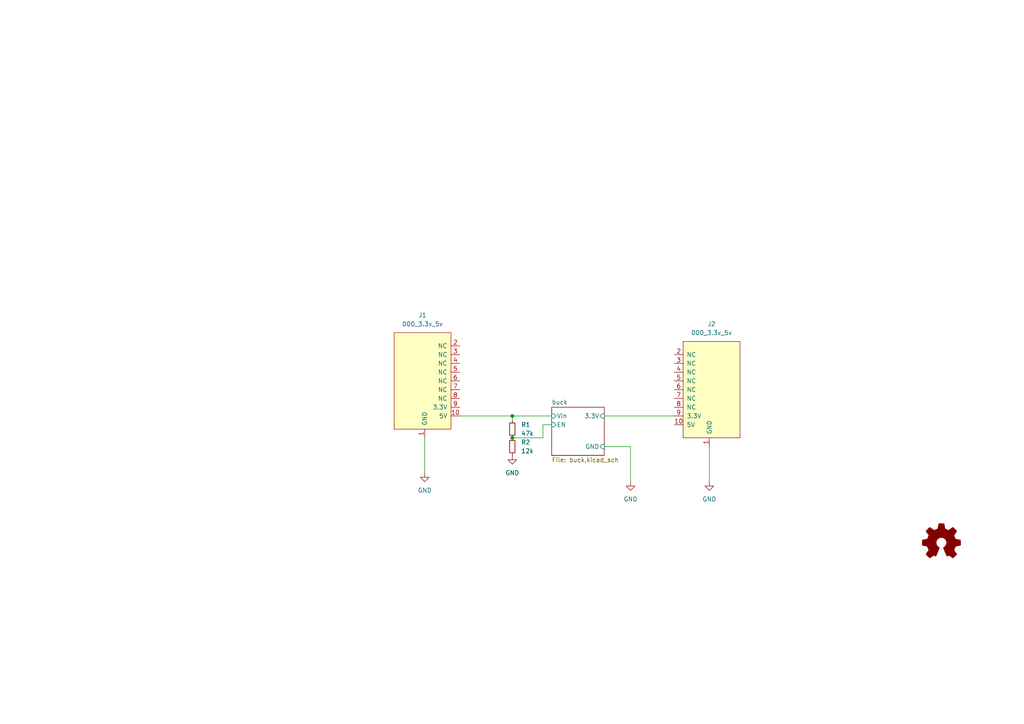
<source format=kicad_sch>
(kicad_sch
	(version 20250114)
	(generator "eeschema")
	(generator_version "9.0")
	(uuid "57732dd3-1162-4c3f-88bd-31bf473d124d")
	(paper "A4")
	(lib_symbols
		(symbol "Device:R_Small"
			(pin_numbers
				(hide yes)
			)
			(pin_names
				(offset 0.254)
				(hide yes)
			)
			(exclude_from_sim no)
			(in_bom yes)
			(on_board yes)
			(property "Reference" "R"
				(at 0.762 0.508 0)
				(effects
					(font
						(size 1.27 1.27)
					)
					(justify left)
				)
			)
			(property "Value" "R_Small"
				(at 0.762 -1.016 0)
				(effects
					(font
						(size 1.27 1.27)
					)
					(justify left)
				)
			)
			(property "Footprint" ""
				(at 0 0 0)
				(effects
					(font
						(size 1.27 1.27)
					)
					(hide yes)
				)
			)
			(property "Datasheet" "~"
				(at 0 0 0)
				(effects
					(font
						(size 1.27 1.27)
					)
					(hide yes)
				)
			)
			(property "Description" "Resistor, small symbol"
				(at 0 0 0)
				(effects
					(font
						(size 1.27 1.27)
					)
					(hide yes)
				)
			)
			(property "ki_keywords" "R resistor"
				(at 0 0 0)
				(effects
					(font
						(size 1.27 1.27)
					)
					(hide yes)
				)
			)
			(property "ki_fp_filters" "R_*"
				(at 0 0 0)
				(effects
					(font
						(size 1.27 1.27)
					)
					(hide yes)
				)
			)
			(symbol "R_Small_0_1"
				(rectangle
					(start -0.762 1.778)
					(end 0.762 -1.778)
					(stroke
						(width 0.2032)
						(type default)
					)
					(fill
						(type none)
					)
				)
			)
			(symbol "R_Small_1_1"
				(pin passive line
					(at 0 2.54 270)
					(length 0.762)
					(name "~"
						(effects
							(font
								(size 1.27 1.27)
							)
						)
					)
					(number "1"
						(effects
							(font
								(size 1.27 1.27)
							)
						)
					)
				)
				(pin passive line
					(at 0 -2.54 90)
					(length 0.762)
					(name "~"
						(effects
							(font
								(size 1.27 1.27)
							)
						)
					)
					(number "2"
						(effects
							(font
								(size 1.27 1.27)
							)
						)
					)
				)
			)
			(embedded_fonts no)
		)
		(symbol "Graphic:Logo_Open_Hardware_Small"
			(pin_names
				(offset 1.016)
			)
			(exclude_from_sim no)
			(in_bom yes)
			(on_board yes)
			(property "Reference" "#LOGO"
				(at 0 6.985 0)
				(effects
					(font
						(size 1.27 1.27)
					)
					(hide yes)
				)
			)
			(property "Value" "Logo_Open_Hardware_Small"
				(at 0 -5.715 0)
				(effects
					(font
						(size 1.27 1.27)
					)
					(hide yes)
				)
			)
			(property "Footprint" ""
				(at 0 0 0)
				(effects
					(font
						(size 1.27 1.27)
					)
					(hide yes)
				)
			)
			(property "Datasheet" "~"
				(at 0 0 0)
				(effects
					(font
						(size 1.27 1.27)
					)
					(hide yes)
				)
			)
			(property "Description" "Open Hardware logo, small"
				(at 0 0 0)
				(effects
					(font
						(size 1.27 1.27)
					)
					(hide yes)
				)
			)
			(property "ki_keywords" "Logo"
				(at 0 0 0)
				(effects
					(font
						(size 1.27 1.27)
					)
					(hide yes)
				)
			)
			(symbol "Logo_Open_Hardware_Small_0_1"
				(polyline
					(pts
						(xy 3.3528 -4.3434) (xy 3.302 -4.318) (xy 3.175 -4.2418) (xy 2.9972 -4.1148) (xy 2.7686 -3.9624)
						(xy 2.54 -3.81) (xy 2.3622 -3.7084) (xy 2.2352 -3.6068) (xy 2.1844 -3.5814) (xy 2.159 -3.6068)
						(xy 2.0574 -3.6576) (xy 1.905 -3.7338) (xy 1.8034 -3.7846) (xy 1.6764 -3.8354) (xy 1.6002 -3.8354)
						(xy 1.6002 -3.8354) (xy 1.5494 -3.7338) (xy 1.4732 -3.5306) (xy 1.3462 -3.302) (xy 1.2446 -3.0226)
						(xy 1.1176 -2.7178) (xy 0.9652 -2.413) (xy 0.8636 -2.1082) (xy 0.7366 -1.8288) (xy 0.6604 -1.6256)
						(xy 0.6096 -1.4732) (xy 0.5842 -1.397) (xy 0.5842 -1.397) (xy 0.6604 -1.3208) (xy 0.7874 -1.2446)
						(xy 1.0414 -1.016) (xy 1.2954 -0.6858) (xy 1.4478 -0.3302) (xy 1.524 0.0762) (xy 1.4732 0.4572)
						(xy 1.3208 0.8128) (xy 1.0668 1.143) (xy 0.762 1.3716) (xy 0.4064 1.524) (xy 0 1.5748) (xy -0.381 1.5494)
						(xy -0.7366 1.397) (xy -1.0668 1.143) (xy -1.2192 0.9906) (xy -1.397 0.6604) (xy -1.524 0.3048)
						(xy -1.524 0.2286) (xy -1.4986 -0.1778) (xy -1.397 -0.5334) (xy -1.1938 -0.8636) (xy -0.9144 -1.143)
						(xy -0.8636 -1.1684) (xy -0.7366 -1.27) (xy -0.635 -1.3462) (xy -0.5842 -1.397) (xy -1.0668 -2.5908)
						(xy -1.143 -2.794) (xy -1.2954 -3.1242) (xy -1.397 -3.4036) (xy -1.4986 -3.6322) (xy -1.5748 -3.7846)
						(xy -1.6002 -3.8354) (xy -1.6002 -3.8354) (xy -1.651 -3.8354) (xy -1.7272 -3.81) (xy -1.905 -3.7338)
						(xy -2.0066 -3.683) (xy -2.1336 -3.6068) (xy -2.2098 -3.5814) (xy -2.2606 -3.6068) (xy -2.3622 -3.683)
						(xy -2.54 -3.81) (xy -2.7686 -3.9624) (xy -2.9718 -4.0894) (xy -3.1496 -4.2164) (xy -3.302 -4.318)
						(xy -3.3528 -4.3434) (xy -3.3782 -4.3434) (xy -3.429 -4.318) (xy -3.5306 -4.2164) (xy -3.7084 -4.064)
						(xy -3.937 -3.8354) (xy -3.9624 -3.81) (xy -4.1656 -3.6068) (xy -4.318 -3.4544) (xy -4.4196 -3.3274)
						(xy -4.445 -3.2766) (xy -4.445 -3.2766) (xy -4.4196 -3.2258) (xy -4.318 -3.0734) (xy -4.2164 -2.8956)
						(xy -4.064 -2.667) (xy -3.6576 -2.0828) (xy -3.8862 -1.5494) (xy -3.937 -1.3716) (xy -4.0386 -1.1684)
						(xy -4.0894 -1.0414) (xy -4.1148 -0.9652) (xy -4.191 -0.9398) (xy -4.318 -0.9144) (xy -4.5466 -0.8636)
						(xy -4.8006 -0.8128) (xy -5.0546 -0.7874) (xy -5.2578 -0.7366) (xy -5.4356 -0.7112) (xy -5.5118 -0.6858)
						(xy -5.5118 -0.6858) (xy -5.5372 -0.635) (xy -5.5372 -0.5588) (xy -5.5372 -0.4318) (xy -5.5626 -0.2286)
						(xy -5.5626 0.0762) (xy -5.5626 0.127) (xy -5.5372 0.4064) (xy -5.5372 0.635) (xy -5.5372 0.762)
						(xy -5.5372 0.8382) (xy -5.5372 0.8382) (xy -5.461 0.8382) (xy -5.3086 0.889) (xy -5.08 0.9144)
						(xy -4.826 0.9652) (xy -4.8006 0.9906) (xy -4.5466 1.0414) (xy -4.318 1.0668) (xy -4.1656 1.1176)
						(xy -4.0894 1.143) (xy -4.0894 1.143) (xy -4.0386 1.2446) (xy -3.9624 1.4224) (xy -3.8608 1.6256)
						(xy -3.7846 1.8288) (xy -3.7084 2.0066) (xy -3.6576 2.159) (xy -3.6322 2.2098) (xy -3.6322 2.2098)
						(xy -3.683 2.286) (xy -3.7592 2.413) (xy -3.8862 2.5908) (xy -4.064 2.8194) (xy -4.064 2.8448)
						(xy -4.2164 3.0734) (xy -4.3434 3.2512) (xy -4.4196 3.3782) (xy -4.445 3.4544) (xy -4.445 3.4544)
						(xy -4.3942 3.5052) (xy -4.2926 3.6322) (xy -4.1148 3.81) (xy -3.937 4.0132) (xy -3.8608 4.064)
						(xy -3.6576 4.2926) (xy -3.5052 4.4196) (xy -3.4036 4.4958) (xy -3.3528 4.5212) (xy -3.3528 4.5212)
						(xy -3.302 4.4704) (xy -3.1496 4.3688) (xy -2.9718 4.2418) (xy -2.7432 4.0894) (xy -2.7178 4.0894)
						(xy -2.4892 3.937) (xy -2.3114 3.81) (xy -2.1844 3.7084) (xy -2.1336 3.683) (xy -2.1082 3.683)
						(xy -2.032 3.7084) (xy -1.8542 3.7592) (xy -1.6764 3.8354) (xy -1.4732 3.937) (xy -1.27 4.0132)
						(xy -1.143 4.064) (xy -1.0668 4.1148) (xy -1.0668 4.1148) (xy -1.0414 4.191) (xy -1.016 4.3434)
						(xy -0.9652 4.572) (xy -0.9144 4.8514) (xy -0.889 4.9022) (xy -0.8382 5.1562) (xy -0.8128 5.3848)
						(xy -0.7874 5.5372) (xy -0.762 5.588) (xy -0.7112 5.6134) (xy -0.5842 5.6134) (xy -0.4064 5.6134)
						(xy -0.1524 5.6134) (xy 0.0762 5.6134) (xy 0.3302 5.6134) (xy 0.5334 5.6134) (xy 0.6858 5.588)
						(xy 0.7366 5.588) (xy 0.7366 5.588) (xy 0.762 5.5118) (xy 0.8128 5.334) (xy 0.8382 5.1054) (xy 0.9144 4.826)
						(xy 0.9144 4.7752) (xy 0.9652 4.5212) (xy 1.016 4.2926) (xy 1.0414 4.1402) (xy 1.0668 4.0894)
						(xy 1.0668 4.0894) (xy 1.1938 4.0386) (xy 1.3716 3.9624) (xy 1.5748 3.8608) (xy 2.0828 3.6576)
						(xy 2.7178 4.0894) (xy 2.7686 4.1402) (xy 2.9972 4.2926) (xy 3.175 4.4196) (xy 3.302 4.4958) (xy 3.3782 4.5212)
						(xy 3.3782 4.5212) (xy 3.429 4.4704) (xy 3.556 4.3434) (xy 3.7338 4.191) (xy 3.9116 3.9878) (xy 4.064 3.8354)
						(xy 4.2418 3.6576) (xy 4.3434 3.556) (xy 4.4196 3.4798) (xy 4.4196 3.429) (xy 4.4196 3.4036) (xy 4.3942 3.3274)
						(xy 4.2926 3.2004) (xy 4.1656 2.9972) (xy 4.0132 2.794) (xy 3.8862 2.5908) (xy 3.7592 2.3876)
						(xy 3.6576 2.2352) (xy 3.6322 2.159) (xy 3.6322 2.1336) (xy 3.683 2.0066) (xy 3.7592 1.8288) (xy 3.8608 1.6002)
						(xy 4.064 1.1176) (xy 4.3942 1.0414) (xy 4.5974 1.016) (xy 4.8768 0.9652) (xy 5.1308 0.9144) (xy 5.5372 0.8382)
						(xy 5.5626 -0.6604) (xy 5.4864 -0.6858) (xy 5.4356 -0.6858) (xy 5.2832 -0.7366) (xy 5.0546 -0.762)
						(xy 4.8006 -0.8128) (xy 4.5974 -0.8636) (xy 4.3688 -0.9144) (xy 4.2164 -0.9398) (xy 4.1402 -0.9398)
						(xy 4.1148 -0.9652) (xy 4.064 -1.0668) (xy 3.9878 -1.2446) (xy 3.9116 -1.4478) (xy 3.81 -1.651)
						(xy 3.7338 -1.8542) (xy 3.683 -2.0066) (xy 3.6576 -2.0828) (xy 3.683 -2.1336) (xy 3.7846 -2.2606)
						(xy 3.8862 -2.4638) (xy 4.0386 -2.667) (xy 4.191 -2.8956) (xy 4.318 -3.0734) (xy 4.3942 -3.2004)
						(xy 4.445 -3.2766) (xy 4.4196 -3.3274) (xy 4.3434 -3.429) (xy 4.1656 -3.5814) (xy 3.937 -3.8354)
						(xy 3.8862 -3.8608) (xy 3.683 -4.064) (xy 3.5306 -4.2164) (xy 3.4036 -4.318) (xy 3.3528 -4.3434)
					)
					(stroke
						(width 0)
						(type default)
					)
					(fill
						(type outline)
					)
				)
			)
			(embedded_fonts no)
		)
		(symbol "power:GND"
			(power)
			(pin_names
				(offset 0)
			)
			(exclude_from_sim no)
			(in_bom yes)
			(on_board yes)
			(property "Reference" "#PWR"
				(at 0 -6.35 0)
				(effects
					(font
						(size 1.27 1.27)
					)
					(hide yes)
				)
			)
			(property "Value" "GND"
				(at 0 -3.81 0)
				(effects
					(font
						(size 1.27 1.27)
					)
				)
			)
			(property "Footprint" ""
				(at 0 0 0)
				(effects
					(font
						(size 1.27 1.27)
					)
					(hide yes)
				)
			)
			(property "Datasheet" ""
				(at 0 0 0)
				(effects
					(font
						(size 1.27 1.27)
					)
					(hide yes)
				)
			)
			(property "Description" "Power symbol creates a global label with name \"GND\" , ground"
				(at 0 0 0)
				(effects
					(font
						(size 1.27 1.27)
					)
					(hide yes)
				)
			)
			(property "ki_keywords" "power-flag"
				(at 0 0 0)
				(effects
					(font
						(size 1.27 1.27)
					)
					(hide yes)
				)
			)
			(symbol "GND_0_1"
				(polyline
					(pts
						(xy 0 0) (xy 0 -1.27) (xy 1.27 -1.27) (xy 0 -2.54) (xy -1.27 -1.27) (xy 0 -1.27)
					)
					(stroke
						(width 0)
						(type default)
					)
					(fill
						(type none)
					)
				)
			)
			(symbol "GND_1_1"
				(pin power_in line
					(at 0 0 270)
					(length 0)
					(hide yes)
					(name "GND"
						(effects
							(font
								(size 1.27 1.27)
							)
						)
					)
					(number "1"
						(effects
							(font
								(size 1.27 1.27)
							)
						)
					)
				)
			)
			(embedded_fonts no)
		)
		(symbol "put_on_edge:000_3.3v_5v"
			(pin_names
				(offset 1.016)
			)
			(exclude_from_sim no)
			(in_bom yes)
			(on_board yes)
			(property "Reference" "J"
				(at -7.62 15.24 0)
				(effects
					(font
						(size 1.27 1.27)
					)
				)
			)
			(property "Value" "000_3.3v_5v"
				(at 3.81 15.24 0)
				(effects
					(font
						(size 1.27 1.27)
					)
				)
			)
			(property "Footprint" ""
				(at 8.89 13.97 0)
				(effects
					(font
						(size 1.27 1.27)
					)
					(hide yes)
				)
			)
			(property "Datasheet" ""
				(at 8.89 13.97 0)
				(effects
					(font
						(size 1.27 1.27)
					)
					(hide yes)
				)
			)
			(property "Description" ""
				(at 0 0 0)
				(effects
					(font
						(size 1.27 1.27)
					)
					(hide yes)
				)
			)
			(symbol "000_3.3v_5v_0_1"
				(rectangle
					(start -7.62 13.97)
					(end 8.89 -13.97)
					(stroke
						(width 0)
						(type default)
					)
					(fill
						(type background)
					)
				)
			)
			(symbol "000_3.3v_5v_1_1"
				(pin power_in line
					(at -10.16 10.16 0)
					(length 2.54)
					(name "NC"
						(effects
							(font
								(size 1.27 1.27)
							)
						)
					)
					(number "2"
						(effects
							(font
								(size 1.27 1.27)
							)
						)
					)
				)
				(pin power_in line
					(at -10.16 7.62 0)
					(length 2.54)
					(name "NC"
						(effects
							(font
								(size 1.27 1.27)
							)
						)
					)
					(number "3"
						(effects
							(font
								(size 1.27 1.27)
							)
						)
					)
				)
				(pin power_in line
					(at -10.16 5.08 0)
					(length 2.54)
					(name "NC"
						(effects
							(font
								(size 1.27 1.27)
							)
						)
					)
					(number "4"
						(effects
							(font
								(size 1.27 1.27)
							)
						)
					)
				)
				(pin power_in line
					(at -10.16 2.54 0)
					(length 2.54)
					(name "NC"
						(effects
							(font
								(size 1.27 1.27)
							)
						)
					)
					(number "5"
						(effects
							(font
								(size 1.27 1.27)
							)
						)
					)
				)
				(pin power_in line
					(at -10.16 0 0)
					(length 2.54)
					(name "NC"
						(effects
							(font
								(size 1.27 1.27)
							)
						)
					)
					(number "6"
						(effects
							(font
								(size 1.27 1.27)
							)
						)
					)
				)
				(pin power_in line
					(at -10.16 -2.54 0)
					(length 2.54)
					(name "NC"
						(effects
							(font
								(size 1.27 1.27)
							)
						)
					)
					(number "7"
						(effects
							(font
								(size 1.27 1.27)
							)
						)
					)
				)
				(pin power_in line
					(at -10.16 -5.08 0)
					(length 2.54)
					(name "NC"
						(effects
							(font
								(size 1.27 1.27)
							)
						)
					)
					(number "8"
						(effects
							(font
								(size 1.27 1.27)
							)
						)
					)
				)
				(pin power_in line
					(at -10.16 -7.62 0)
					(length 2.54)
					(name "3.3V"
						(effects
							(font
								(size 1.27 1.27)
							)
						)
					)
					(number "9"
						(effects
							(font
								(size 1.27 1.27)
							)
						)
					)
				)
				(pin power_in line
					(at -10.16 -10.16 0)
					(length 2.54)
					(name "5V"
						(effects
							(font
								(size 1.27 1.27)
							)
						)
					)
					(number "10"
						(effects
							(font
								(size 1.27 1.27)
							)
						)
					)
				)
				(pin power_in line
					(at 0 -16.51 90)
					(length 2.54)
					(name "GND"
						(effects
							(font
								(size 1.27 1.27)
							)
						)
					)
					(number "1"
						(effects
							(font
								(size 1.27 1.27)
							)
						)
					)
				)
			)
			(embedded_fonts no)
		)
	)
	(junction
		(at 148.59 127)
		(diameter 0)
		(color 0 0 0 0)
		(uuid "9a49f67a-a19d-48c6-97fc-99e1aa171540")
	)
	(junction
		(at 148.59 120.65)
		(diameter 0)
		(color 0 0 0 0)
		(uuid "d52b6321-e23b-48aa-abd4-612bc828bbd9")
	)
	(wire
		(pts
			(xy 157.48 123.19) (xy 160.02 123.19)
		)
		(stroke
			(width 0)
			(type default)
		)
		(uuid "33a94399-8933-4750-b6ff-24efa1a3760e")
	)
	(wire
		(pts
			(xy 148.59 121.92) (xy 148.59 120.65)
		)
		(stroke
			(width 0)
			(type default)
		)
		(uuid "595ce1de-77bc-4bcc-a798-4f96cc47507f")
	)
	(wire
		(pts
			(xy 182.88 129.54) (xy 182.88 139.7)
		)
		(stroke
			(width 0)
			(type default)
		)
		(uuid "5a1fc14d-1d6f-444c-82b2-77ce3f0eeb3f")
	)
	(wire
		(pts
			(xy 205.74 129.54) (xy 205.74 139.7)
		)
		(stroke
			(width 0)
			(type default)
		)
		(uuid "7ec72183-4d05-4abe-97ce-fd34f15b74fa")
	)
	(wire
		(pts
			(xy 157.48 127) (xy 157.48 123.19)
		)
		(stroke
			(width 0)
			(type default)
		)
		(uuid "a7e90d93-2d9a-4f4f-b3fc-a22f70c169db")
	)
	(wire
		(pts
			(xy 133.35 120.65) (xy 148.59 120.65)
		)
		(stroke
			(width 0)
			(type default)
		)
		(uuid "ad5761f9-1044-45c6-99e0-fd0dafe52cf3")
	)
	(wire
		(pts
			(xy 175.26 129.54) (xy 182.88 129.54)
		)
		(stroke
			(width 0)
			(type default)
		)
		(uuid "b5f50e6e-6728-4454-96f5-44e0bc388ce5")
	)
	(wire
		(pts
			(xy 175.26 120.65) (xy 195.58 120.65)
		)
		(stroke
			(width 0)
			(type default)
		)
		(uuid "bc46656d-bbbe-45b9-809c-d49bb7a66d5f")
	)
	(wire
		(pts
			(xy 123.19 127) (xy 123.19 137.16)
		)
		(stroke
			(width 0)
			(type default)
		)
		(uuid "ca35f81a-7523-4543-9092-cd7692ca29f7")
	)
	(wire
		(pts
			(xy 148.59 127) (xy 157.48 127)
		)
		(stroke
			(width 0)
			(type default)
		)
		(uuid "ec0bb0b5-95d4-4c4a-807c-b797f505e7db")
	)
	(wire
		(pts
			(xy 148.59 120.65) (xy 160.02 120.65)
		)
		(stroke
			(width 0)
			(type default)
		)
		(uuid "fd259963-0811-4d65-b03c-8641ef7ef9be")
	)
	(symbol
		(lib_id "power:GND")
		(at 148.59 132.08 0)
		(unit 1)
		(exclude_from_sim no)
		(in_bom yes)
		(on_board yes)
		(dnp no)
		(fields_autoplaced yes)
		(uuid "13dbe429-1ebf-4f0d-8cf3-f14326f75e8c")
		(property "Reference" "#PWR056"
			(at 148.59 138.43 0)
			(effects
				(font
					(size 1.27 1.27)
				)
				(hide yes)
			)
		)
		(property "Value" "GND"
			(at 148.59 137.16 0)
			(effects
				(font
					(size 1.27 1.27)
				)
			)
		)
		(property "Footprint" ""
			(at 148.59 132.08 0)
			(effects
				(font
					(size 1.27 1.27)
				)
				(hide yes)
			)
		)
		(property "Datasheet" ""
			(at 148.59 132.08 0)
			(effects
				(font
					(size 1.27 1.27)
				)
				(hide yes)
			)
		)
		(property "Description" "Power symbol creates a global label with name \"GND\" , ground"
			(at 148.59 132.08 0)
			(effects
				(font
					(size 1.27 1.27)
				)
				(hide yes)
			)
		)
		(pin "1"
			(uuid "663ff61b-3a0b-48ba-86df-da4223fd7aa6")
		)
		(instances
			(project "board"
				(path "/57732dd3-1162-4c3f-88bd-31bf473d124d"
					(reference "#PWR056")
					(unit 1)
				)
			)
		)
	)
	(symbol
		(lib_id "power:GND")
		(at 123.19 137.16 0)
		(unit 1)
		(exclude_from_sim no)
		(in_bom yes)
		(on_board yes)
		(dnp no)
		(fields_autoplaced yes)
		(uuid "2a38b925-3ec8-4ded-b616-3b4ec379cf0d")
		(property "Reference" "#PWR03"
			(at 123.19 143.51 0)
			(effects
				(font
					(size 1.27 1.27)
				)
				(hide yes)
			)
		)
		(property "Value" "GND"
			(at 123.19 142.24 0)
			(effects
				(font
					(size 1.27 1.27)
				)
			)
		)
		(property "Footprint" ""
			(at 123.19 137.16 0)
			(effects
				(font
					(size 1.27 1.27)
				)
				(hide yes)
			)
		)
		(property "Datasheet" ""
			(at 123.19 137.16 0)
			(effects
				(font
					(size 1.27 1.27)
				)
				(hide yes)
			)
		)
		(property "Description" ""
			(at 123.19 137.16 0)
			(effects
				(font
					(size 1.27 1.27)
				)
				(hide yes)
			)
		)
		(pin "1"
			(uuid "e8179be3-ccdf-49f0-87bb-97debad98cc0")
		)
		(instances
			(project "board"
				(path "/57732dd3-1162-4c3f-88bd-31bf473d124d"
					(reference "#PWR03")
					(unit 1)
				)
			)
		)
	)
	(symbol
		(lib_id "Device:R_Small")
		(at 148.59 124.46 180)
		(unit 1)
		(exclude_from_sim no)
		(in_bom yes)
		(on_board yes)
		(dnp no)
		(fields_autoplaced yes)
		(uuid "4ebd6de5-86bf-466a-8043-73810137c5df")
		(property "Reference" "R1"
			(at 151.13 123.1899 0)
			(effects
				(font
					(size 1.27 1.27)
				)
				(justify right)
			)
		)
		(property "Value" "47k"
			(at 151.13 125.7299 0)
			(effects
				(font
					(size 1.27 1.27)
				)
				(justify right)
			)
		)
		(property "Footprint" "Resistor_SMD:R_0402_1005Metric"
			(at 148.59 124.46 0)
			(effects
				(font
					(size 1.27 1.27)
				)
				(hide yes)
			)
		)
		(property "Datasheet" "~"
			(at 148.59 124.46 0)
			(effects
				(font
					(size 1.27 1.27)
				)
				(hide yes)
			)
		)
		(property "Description" "Resistor, small symbol"
			(at 148.59 124.46 0)
			(effects
				(font
					(size 1.27 1.27)
				)
				(hide yes)
			)
		)
		(property "lcsc" "C25792"
			(at 146.05 123.1899 0)
			(effects
				(font
					(size 1.27 1.27)
				)
				(hide yes)
			)
		)
		(pin "2"
			(uuid "96fbe5ab-efb9-461d-84b5-5721c37cf831")
		)
		(pin "1"
			(uuid "cc0fa1e3-2f1e-486c-b17c-902c28e4eb7f")
		)
		(instances
			(project "board"
				(path "/57732dd3-1162-4c3f-88bd-31bf473d124d"
					(reference "R1")
					(unit 1)
				)
			)
		)
	)
	(symbol
		(lib_id "put_on_edge:000_3.3v_5v")
		(at 205.74 113.03 0)
		(unit 1)
		(exclude_from_sim no)
		(in_bom yes)
		(on_board yes)
		(dnp no)
		(uuid "89242e62-7e5d-4136-99b4-787fbf596fbc")
		(property "Reference" "J2"
			(at 206.375 93.98 0)
			(effects
				(font
					(size 1.27 1.27)
				)
			)
		)
		(property "Value" "000_3.3v_5v"
			(at 206.375 96.52 0)
			(effects
				(font
					(size 1.27 1.27)
				)
			)
		)
		(property "Footprint" "on_edge:on_edge_2x05_host"
			(at 214.63 99.06 0)
			(effects
				(font
					(size 1.27 1.27)
				)
				(hide yes)
			)
		)
		(property "Datasheet" ""
			(at 214.63 99.06 0)
			(effects
				(font
					(size 1.27 1.27)
				)
				(hide yes)
			)
		)
		(property "Description" ""
			(at 205.74 113.03 0)
			(effects
				(font
					(size 1.27 1.27)
				)
				(hide yes)
			)
		)
		(pin "1"
			(uuid "c054eb99-c45c-42cc-b1b5-6c9d865b7ac1")
		)
		(pin "7"
			(uuid "ecc77c72-6cbe-4f87-8df2-bb27233e6256")
		)
		(pin "3"
			(uuid "33c13617-e94a-4e33-b75a-8f4d7ad61e48")
		)
		(pin "8"
			(uuid "19a752b4-f11d-45bc-a76a-65e6a05af58c")
		)
		(pin "2"
			(uuid "69260e93-8ef0-4d43-b01d-337c4a4eabc0")
		)
		(pin "4"
			(uuid "4ff47a3c-9db3-400d-b281-4cbc10f82a28")
		)
		(pin "6"
			(uuid "b1c45c16-3f02-4889-a348-aeedc19bc684")
		)
		(pin "5"
			(uuid "e7263883-2632-4f1c-85c2-74121cfd31dd")
		)
		(pin "10"
			(uuid "20668333-220e-4420-9803-c7d135cdb6a0")
		)
		(pin "9"
			(uuid "37b2e342-8a64-40e0-89dc-cf41c35d0398")
		)
		(instances
			(project "board"
				(path "/57732dd3-1162-4c3f-88bd-31bf473d124d"
					(reference "J2")
					(unit 1)
				)
			)
		)
	)
	(symbol
		(lib_id "power:GND")
		(at 182.88 139.7 0)
		(unit 1)
		(exclude_from_sim no)
		(in_bom yes)
		(on_board yes)
		(dnp no)
		(fields_autoplaced yes)
		(uuid "971afa99-5d33-4a72-a8e1-edd3c45138ed")
		(property "Reference" "#PWR01"
			(at 182.88 146.05 0)
			(effects
				(font
					(size 1.27 1.27)
				)
				(hide yes)
			)
		)
		(property "Value" "GND"
			(at 182.88 144.78 0)
			(effects
				(font
					(size 1.27 1.27)
				)
			)
		)
		(property "Footprint" ""
			(at 182.88 139.7 0)
			(effects
				(font
					(size 1.27 1.27)
				)
				(hide yes)
			)
		)
		(property "Datasheet" ""
			(at 182.88 139.7 0)
			(effects
				(font
					(size 1.27 1.27)
				)
				(hide yes)
			)
		)
		(property "Description" ""
			(at 182.88 139.7 0)
			(effects
				(font
					(size 1.27 1.27)
				)
				(hide yes)
			)
		)
		(pin "1"
			(uuid "0e12e353-ffd6-4e27-8957-653e209f57b0")
		)
		(instances
			(project "board"
				(path "/57732dd3-1162-4c3f-88bd-31bf473d124d"
					(reference "#PWR01")
					(unit 1)
				)
			)
		)
	)
	(symbol
		(lib_id "put_on_edge:000_3.3v_5v")
		(at 123.19 110.49 0)
		(mirror y)
		(unit 1)
		(exclude_from_sim no)
		(in_bom yes)
		(on_board yes)
		(dnp no)
		(fields_autoplaced yes)
		(uuid "a342adb7-25af-4a31-8024-d6d9e0587329")
		(property "Reference" "J1"
			(at 122.555 91.44 0)
			(effects
				(font
					(size 1.27 1.27)
				)
			)
		)
		(property "Value" "000_3.3v_5v"
			(at 122.555 93.98 0)
			(effects
				(font
					(size 1.27 1.27)
				)
			)
		)
		(property "Footprint" "on_edge:on_edge_2x05_device"
			(at 114.3 96.52 0)
			(effects
				(font
					(size 1.27 1.27)
				)
				(hide yes)
			)
		)
		(property "Datasheet" ""
			(at 114.3 96.52 0)
			(effects
				(font
					(size 1.27 1.27)
				)
				(hide yes)
			)
		)
		(property "Description" ""
			(at 123.19 110.49 0)
			(effects
				(font
					(size 1.27 1.27)
				)
				(hide yes)
			)
		)
		(pin "1"
			(uuid "155ce49c-9e3a-41b8-b21e-1f99eacee752")
		)
		(pin "7"
			(uuid "2b5618b0-5a42-492d-8198-d452e7c414a4")
		)
		(pin "3"
			(uuid "a583dca7-adff-42f9-b259-b27d94753ca0")
		)
		(pin "8"
			(uuid "38ba19c7-aecf-41df-ad00-9b75d002ae87")
		)
		(pin "2"
			(uuid "6a01a116-7068-46e8-acbc-8b7b5f60928f")
		)
		(pin "4"
			(uuid "122849eb-eeaf-4f0b-91e3-cdcdb177c8e7")
		)
		(pin "6"
			(uuid "9806bd18-76d7-468e-aee5-93fd31947a6d")
		)
		(pin "5"
			(uuid "7d07aa97-36af-4d38-8d24-a7fda1f2d2ea")
		)
		(pin "10"
			(uuid "f406e049-cd9a-4df1-8291-b85b75bf10b4")
		)
		(pin "9"
			(uuid "3d56523d-62f1-4e5b-9e53-e4cbdc026857")
		)
		(instances
			(project ""
				(path "/57732dd3-1162-4c3f-88bd-31bf473d124d"
					(reference "J1")
					(unit 1)
				)
			)
		)
	)
	(symbol
		(lib_id "Graphic:Logo_Open_Hardware_Small")
		(at 273.05 157.48 0)
		(unit 1)
		(exclude_from_sim no)
		(in_bom yes)
		(on_board yes)
		(dnp no)
		(fields_autoplaced yes)
		(uuid "b72b6f4a-7489-40f2-bb90-d75ae01aa368")
		(property "Reference" "LOGO1"
			(at 273.05 150.495 0)
			(effects
				(font
					(size 1.27 1.27)
				)
				(hide yes)
			)
		)
		(property "Value" "Logo_Open_Hardware_Small"
			(at 273.05 163.195 0)
			(effects
				(font
					(size 1.27 1.27)
				)
				(hide yes)
			)
		)
		(property "Footprint" "Symbol:OSHW-Symbol_6.7x6mm_SilkScreen"
			(at 273.05 157.48 0)
			(effects
				(font
					(size 1.27 1.27)
				)
				(hide yes)
			)
		)
		(property "Datasheet" "~"
			(at 273.05 157.48 0)
			(effects
				(font
					(size 1.27 1.27)
				)
				(hide yes)
			)
		)
		(property "Description" ""
			(at 273.05 157.48 0)
			(effects
				(font
					(size 1.27 1.27)
				)
				(hide yes)
			)
		)
		(instances
			(project "board"
				(path "/57732dd3-1162-4c3f-88bd-31bf473d124d"
					(reference "LOGO1")
					(unit 1)
				)
			)
		)
	)
	(symbol
		(lib_id "Device:R_Small")
		(at 148.59 129.54 180)
		(unit 1)
		(exclude_from_sim no)
		(in_bom yes)
		(on_board yes)
		(dnp no)
		(fields_autoplaced yes)
		(uuid "b937364f-b160-4b27-a0b5-32f9e38903f8")
		(property "Reference" "R2"
			(at 151.13 128.2699 0)
			(effects
				(font
					(size 1.27 1.27)
				)
				(justify right)
			)
		)
		(property "Value" "12k"
			(at 151.13 130.8099 0)
			(effects
				(font
					(size 1.27 1.27)
				)
				(justify right)
			)
		)
		(property "Footprint" "Resistor_SMD:R_0402_1005Metric"
			(at 148.59 129.54 0)
			(effects
				(font
					(size 1.27 1.27)
				)
				(hide yes)
			)
		)
		(property "Datasheet" "~"
			(at 148.59 129.54 0)
			(effects
				(font
					(size 1.27 1.27)
				)
				(hide yes)
			)
		)
		(property "Description" "Resistor, small symbol"
			(at 148.59 129.54 0)
			(effects
				(font
					(size 1.27 1.27)
				)
				(hide yes)
			)
		)
		(property "lcsc" "C25752"
			(at 146.05 128.2699 0)
			(effects
				(font
					(size 1.27 1.27)
				)
				(hide yes)
			)
		)
		(pin "2"
			(uuid "01e26de6-28cd-4daf-9288-3d07a3487937")
		)
		(pin "1"
			(uuid "51c84d91-b615-4d2d-b947-b0729c97b272")
		)
		(instances
			(project "board"
				(path "/57732dd3-1162-4c3f-88bd-31bf473d124d"
					(reference "R2")
					(unit 1)
				)
			)
		)
	)
	(symbol
		(lib_id "power:GND")
		(at 205.74 139.7 0)
		(unit 1)
		(exclude_from_sim no)
		(in_bom yes)
		(on_board yes)
		(dnp no)
		(fields_autoplaced yes)
		(uuid "c4746ff7-d490-4da5-b01c-0f6cb863a573")
		(property "Reference" "#PWR02"
			(at 205.74 146.05 0)
			(effects
				(font
					(size 1.27 1.27)
				)
				(hide yes)
			)
		)
		(property "Value" "GND"
			(at 205.74 144.78 0)
			(effects
				(font
					(size 1.27 1.27)
				)
			)
		)
		(property "Footprint" ""
			(at 205.74 139.7 0)
			(effects
				(font
					(size 1.27 1.27)
				)
				(hide yes)
			)
		)
		(property "Datasheet" ""
			(at 205.74 139.7 0)
			(effects
				(font
					(size 1.27 1.27)
				)
				(hide yes)
			)
		)
		(property "Description" ""
			(at 205.74 139.7 0)
			(effects
				(font
					(size 1.27 1.27)
				)
				(hide yes)
			)
		)
		(pin "1"
			(uuid "492bcc24-f7ed-4e36-9e03-75c928840830")
		)
		(instances
			(project "board"
				(path "/57732dd3-1162-4c3f-88bd-31bf473d124d"
					(reference "#PWR02")
					(unit 1)
				)
			)
		)
	)
	(sheet
		(at 160.02 118.11)
		(size 15.24 13.97)
		(exclude_from_sim no)
		(in_bom yes)
		(on_board yes)
		(dnp no)
		(fields_autoplaced yes)
		(stroke
			(width 0.1524)
			(type solid)
		)
		(fill
			(color 0 0 0 0.0000)
		)
		(uuid "767ce4c6-0e55-4543-92f0-34cb8237a544")
		(property "Sheetname" "buck"
			(at 160.02 117.3984 0)
			(effects
				(font
					(size 1.27 1.27)
				)
				(justify left bottom)
			)
		)
		(property "Sheetfile" "buck.kicad_sch"
			(at 160.02 132.6646 0)
			(effects
				(font
					(size 1.27 1.27)
				)
				(justify left top)
			)
		)
		(pin "GND" input
			(at 175.26 129.54 0)
			(uuid "466cf29f-04d2-4303-aa26-8ec28548d2f2")
			(effects
				(font
					(size 1.27 1.27)
				)
				(justify right)
			)
		)
		(pin "3.3V" input
			(at 175.26 120.65 0)
			(uuid "eb5fefe4-a50b-49d3-80d7-05108bf809fa")
			(effects
				(font
					(size 1.27 1.27)
				)
				(justify right)
			)
		)
		(pin "EN" input
			(at 160.02 123.19 180)
			(uuid "1bfbffda-1661-45bf-8f3a-6f778849a034")
			(effects
				(font
					(size 1.27 1.27)
				)
				(justify left)
			)
		)
		(pin "Vin" input
			(at 160.02 120.65 180)
			(uuid "e9b0e2bd-d784-458c-8155-9fdf636d90ed")
			(effects
				(font
					(size 1.27 1.27)
				)
				(justify left)
			)
		)
		(instances
			(project "board"
				(path "/57732dd3-1162-4c3f-88bd-31bf473d124d"
					(page "2")
				)
			)
		)
	)
	(sheet_instances
		(path "/"
			(page "1")
		)
	)
	(embedded_fonts no)
)

</source>
